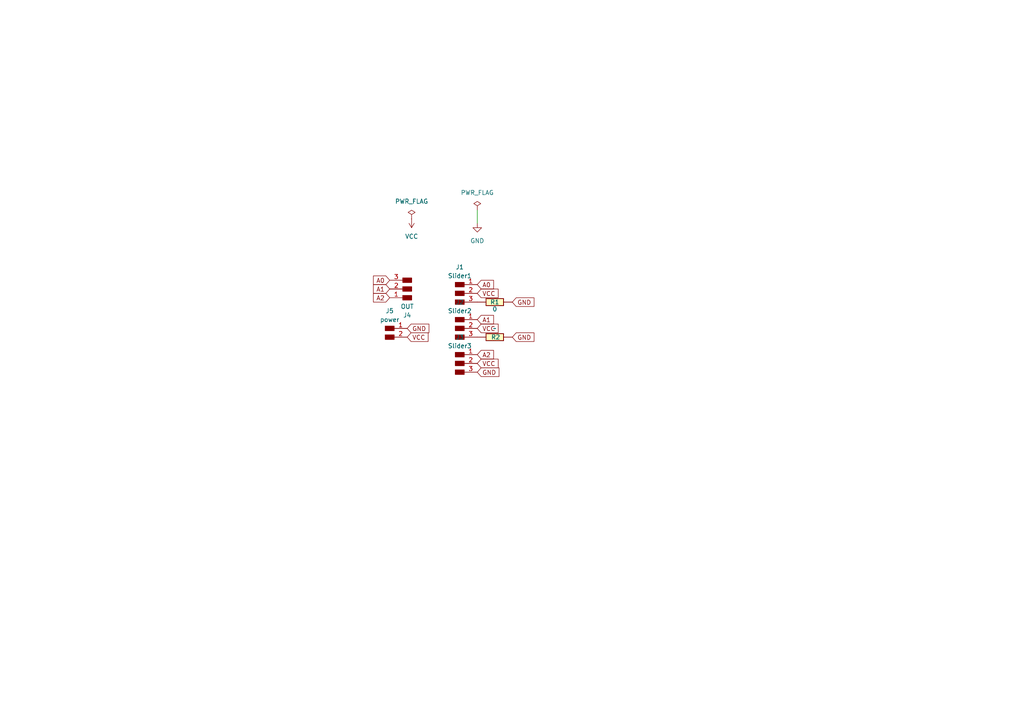
<source format=kicad_sch>
(kicad_sch (version 20231120) (generator "eeschema") (generator_version "8.0")
  (paper "A4")
  (lib_symbols
    (symbol "fab.kicad_sym:PWR_3V3" (power) (pin_names (offset 0))
      (property "Value" "PWR_3V3" (at 0 3.556 0))
      (symbol "PWR_3V3_0_1"
        (polyline (pts (xy -0.762 1.27) (xy 0 2.54)))
        (polyline (pts (xy 0 0) (xy 0 2.54)))
        (polyline (pts (xy 0 2.54) (xy 0.762 1.27)))
      )
      (symbol "PWR_3V3_1_1"
        (pin power_in line (at 0 0 90) (length 0) hide (name "PWR_3V3") (number "1"))
      )
    )
    (symbol "fab.kicad_sym:PWR_FLAG" (power) (pin_numbers hide) (pin_names (offset 0) hide)
      (property "Value" "PWR_FLAG" (at 0 3.81 0))
      (symbol "PWR_FLAG_0_1"
        (polyline (pts (xy 0 0) (xy 0 1.27) (xy -1.016 1.905) (xy 0 2.54) (xy 1.016 1.905) (xy 0 1.27)))
      )
      (symbol "PWR_FLAG_1_0"
        (pin power_out line (at 0 0 90) (length 0) (name "PWR_FLAG") (number "1"))
      )
    )
    (symbol "fab.kicad_sym:PinHeader_01x02_P2.54mm_Horizontal_SMD" (pin_names hide)
      (property "Reference" "J" (at 0 2.54 0))
      (property "Value" "PinHeader_01x02_P2.54mm_Horizontal_SMD" (at 0 -5.08 0))
      (symbol "PinHeader_01x02_P2.54mm_Horizontal_SMD_1_1"
        (rectangle (start -1.27 -1.905) (end 1.27 -3.175) (stroke (width 0.254)) (fill (type outline)))
        (rectangle (start -1.27 0.635) (end 1.27 -0.635) (stroke (width 0.254)) (fill (type outline)))
        (pin passive line (at 5.08 0 180) (length 3.81) (name "Pin_1") (number "1"))
        (pin passive line (at 5.08 -2.54 180) (length 3.81) (name "Pin_2") (number "2"))
      )
    )
    (symbol "fab.kicad_sym:PinHeader_01x03_P2.54mm_Horizontal_SMD" (pin_names hide)
      (property "Reference" "J" (at 0 5.08 0))
      (property "Value" "PinHeader_01x03_P2.54mm_Horizontal_SMD" (at 0 -5.08 0))
      (symbol "PinHeader_01x03_P2.54mm_Horizontal_SMD_1_1"
        (rectangle (start -1.27 -1.905) (end 1.27 -3.175) (stroke (width 0.254)) (fill (type outline)))
        (rectangle (start -1.27 0.635) (end 1.27 -0.635) (stroke (width 0.254)) (fill (type outline)))
        (rectangle (start -1.27 3.175) (end 1.27 1.905) (stroke (width 0.254)) (fill (type outline)))
        (pin passive line (at 5.08 2.54 180) (length 3.81) (name "Pin_1") (number "1"))
        (pin passive line (at 5.08 0 180) (length 3.81) (name "Pin_2") (number "2"))
        (pin passive line (at 5.08 -2.54 180) (length 3.81) (name "Pin_3") (number "3"))
      )
    )
    (symbol "fab.kicad_sym:PinHeader_01x03_P2.54mm_Vertical_THT_D1.4mm" (pin_names hide)
      (property "Reference" "J" (at 0 5.08 0))
      (property "Value" "PinHeader_01x03_P2.54mm_Vertical_THT_D1.4mm" (at 0 -5.08 0))
      (symbol "PinHeader_01x03_P2.54mm_Vertical_THT_D1.4mm_1_1"
        (rectangle (start -1.27 -1.905) (end 1.27 -3.175) (stroke (width 0.254)) (fill (type outline)))
        (rectangle (start -1.27 0.635) (end 1.27 -0.635) (stroke (width 0.254)) (fill (type outline)))
        (rectangle (start -1.27 3.175) (end 1.27 1.905) (stroke (width 0.254)) (fill (type outline)))
        (pin passive line (at 5.08 2.54 180) (length 3.81) (name "Pin_1") (number "1"))
        (pin passive line (at 5.08 0 180) (length 3.81) (name "Pin_2") (number "2"))
        (pin passive line (at 5.08 -2.54 180) (length 3.81) (name "Pin_3") (number "3"))
      )
    )
    (symbol "fab.kicad_sym:R_1206" (pin_numbers hide) (pin_names (offset 0))
      (property "Reference" "R" (at 2.54 0 90))
      (property "Value" "R_1206" (at -2.54 0 90))
      (symbol "R_1206_0_1"
        (rectangle (start -1.016 -2.54) (end 1.016 2.54) (stroke (width 0.254)) (fill (type background)))
      )
      (symbol "R_1206_1_1"
        (pin passive line (at 0 5.08 270) (length 2.54) (name "~") (number "1"))
        (pin passive line (at 0 -5.08 90) (length 2.54) (name "~") (number "2"))
      )
    )
    (symbol "power:GND" (power) (pin_numbers hide) (pin_names (offset 0) hide)
      (property "Value" "GND" (at 0 -3.81 0))
      (symbol "GND_0_1"
        (polyline (pts (xy 0 0) (xy 0 -1.27) (xy 1.27 -1.27) (xy 0 -2.54) (xy -1.27 -1.27) (xy 0 -1.27)))
      )
      (symbol "GND_1_1"
        (pin power_in line (at 0 0 270) (length 0) (name "~") (number "1"))
      )
    )
  )
  (wire (pts (xy 138.43 60.96) (xy 138.43 64.77)))
  (global_label "VCC" (shape input) (at 138.43 95.25 0) (property "Intersheetrefs" "${INTERSHEET_REFS}" (effects (hide yes))))
  (global_label "A1" (shape input) (at 113.03 83.82 180) (property "Intersheetrefs" "${INTERSHEET_REFS}" (effects (hide yes))))
  (global_label "A2" (shape input) (at 138.43 102.87 0) (property "Intersheetrefs" "${INTERSHEET_REFS}" (effects (hide yes))))
  (global_label "VCC" (shape input) (at 118.11 97.79 0) (property "Intersheetrefs" "${INTERSHEET_REFS}" (effects (hide yes))))
  (global_label "VCC" (shape input) (at 138.43 105.41 0) (property "Intersheetrefs" "${INTERSHEET_REFS}" (effects (hide yes))))
  (global_label "A2" (shape input) (at 113.03 86.36 180) (property "Intersheetrefs" "${INTERSHEET_REFS}" (effects (hide yes))))
  (global_label "GND" (shape input) (at 148.59 87.63 0) (property "Intersheetrefs" "${INTERSHEET_REFS}" (effects (hide yes))))
  (global_label "A0" (shape input) (at 113.03 81.28 180) (property "Intersheetrefs" "${INTERSHEET_REFS}" (effects (hide yes))))
  (global_label "A0" (shape input) (at 138.43 82.55 0) (property "Intersheetrefs" "${INTERSHEET_REFS}" (effects (hide yes))))
  (global_label "VCC" (shape input) (at 138.43 85.09 0) (property "Intersheetrefs" "${INTERSHEET_REFS}" (effects (hide yes))))
  (global_label "GND" (shape input) (at 118.11 95.25 0) (property "Intersheetrefs" "${INTERSHEET_REFS}" (effects (hide yes))))
  (global_label "GND" (shape input) (at 138.43 107.95 0) (property "Intersheetrefs" "${INTERSHEET_REFS}" (effects (hide yes))))
  (global_label "GND" (shape input) (at 148.59 97.79 0) (property "Intersheetrefs" "${INTERSHEET_REFS}" (effects (hide yes))))
  (global_label "A1" (shape input) (at 138.43 92.71 0) (property "Intersheetrefs" "${INTERSHEET_REFS}" (effects (hide yes))))
  (symbol (lib_id "fab.kicad_sym:PinHeader_01x03_P2.54mm_Vertical_THT_D1.4mm") (at 133.35 95.25 0) (unit 1)
    (property "Reference" "J2" (at 133.35 87.63 0))
    (property "Value" "Slider2" (at 133.35 90.17 0))
    (property "Footprint" "fab:PinHeader_01x03_P2.54mm_Vertical_THT_D1.4mm" (effects (hide yes)))
    (property "Description" "Male connector, single row" (effects (hide yes)))
  )
  (symbol (lib_id "fab.kicad_sym:PWR_FLAG") (at 138.43 60.96 0) (unit 1)
    (property "Reference" "#FLG2" (effects (hide yes)))
    (property "Value" "PWR_FLAG" (at 138.43 55.88 0))
    (property "Description" "Special symbol for telling ERC where power comes from" (effects (hide yes)))
  )
  (symbol (lib_id "fab.kicad_sym:PinHeader_01x03_P2.54mm_Vertical_THT_D1.4mm") (at 133.35 85.09 0) (unit 1)
    (property "Reference" "J1" (at 133.35 77.47 0))
    (property "Value" "Slider1" (at 133.35 80.01 0))
    (property "Footprint" "fab:PinHeader_01x03_P2.54mm_Vertical_THT_D1.4mm" (effects (hide yes)))
    (property "Description" "Male connector, single row" (effects (hide yes)))
  )
  (symbol (lib_id "fab.kicad_sym:R_1206") (at 143.51 97.79 90) (unit 1)
    (property "Reference" "R2" (at 143.764 97.79 90))
    (property "Value" "~" (at 143.51 95.25 90))
    (property "Footprint" "fab:R_1206" (effects (hide yes)))
    (property "Description" "Resistor" (effects (hide yes)))
  )
  (symbol (lib_id "fab.kicad_sym:R_1206") (at 143.51 87.63 90) (unit 1)
    (property "Reference" "R1" (at 143.51 87.63 90))
    (property "Value" "0" (at 143.51 89.662 90))
    (property "Footprint" "fab:R_1206" (effects (hide yes)))
    (property "Description" "Resistor" (effects (hide yes)))
  )
  (symbol (lib_id "fab.kicad_sym:PinHeader_01x03_P2.54mm_Vertical_THT_D1.4mm") (at 133.35 105.41 0) (unit 1)
    (property "Reference" "J3" (at 133.35 97.79 0))
    (property "Value" "Slider3" (at 133.35 100.33 0))
    (property "Footprint" "fab:PinHeader_01x03_P2.54mm_Vertical_THT_D1.4mm" (effects (hide yes)))
    (property "Description" "Male connector, single row" (effects (hide yes)))
  )
  (symbol (lib_id "fab.kicad_sym:PWR_3V3") (at 119.38 63.5 180) (unit 1)
    (property "Reference" "#PWR1" (effects (hide yes)))
    (property "Value" "VCC" (at 119.38 68.58 0))
    (property "Description" "Power symbol creates a global label with name \"+3V3\"" (effects (hide yes)))
  )
  (symbol (lib_id "fab.kicad_sym:PinHeader_01x02_P2.54mm_Horizontal_SMD") (at 113.03 95.25 0) (unit 1)
    (property "Reference" "J5" (at 113.03 90.17 0))
    (property "Value" "power" (at 113.03 92.71 0))
    (property "Footprint" "fab:PinHeader_01x02_P2.54mm_Horizontal_SMD" (effects (hide yes)))
    (property "Description" "Male connector, single row" (effects (hide yes)))
  )
  (symbol (lib_id "power:GND") (at 138.43 64.77 0) (unit 1)
    (property "Reference" "#PWR2" (effects (hide yes)))
    (property "Value" "GND" (at 138.43 69.85 0))
    (property "Description" "Power symbol creates a global label with name \"GND\" , ground" (effects (hide yes)))
  )
  (symbol (lib_id "fab.kicad_sym:PWR_FLAG") (at 119.38 63.5 0) (unit 1)
    (property "Reference" "#FLG1" (effects (hide yes)))
    (property "Value" "PWR_FLAG" (at 119.38 58.42 0))
    (property "Description" "Special symbol for telling ERC where power comes from" (effects (hide yes)))
  )
  (symbol (lib_id "fab.kicad_sym:PinHeader_01x03_P2.54mm_Horizontal_SMD") (at 118.11 83.82 180) (unit 1)
    (property "Reference" "J4" (at 118.11 91.44 0))
    (property "Value" "OUT" (at 118.11 88.9 0))
    (property "Footprint" "fab:PinHeader_01x03_P2.54mm_Horizontal_SMD" (effects (hide yes)))
    (property "Description" "Male connector, single row" (effects (hide yes)))
  )
)
</source>
